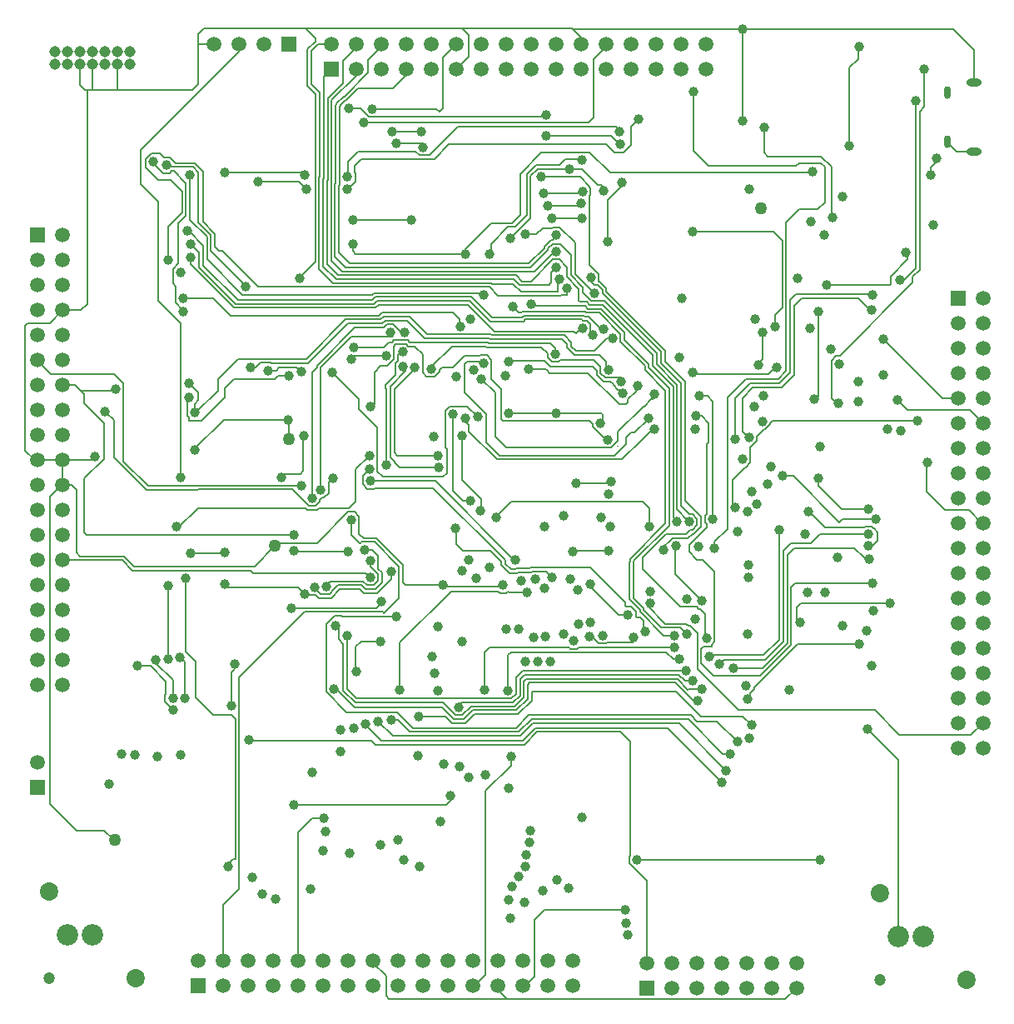
<source format=gbl>
%FSTAX23Y23*%
%MOIN*%
%SFA1B1*%

%IPPOS*%
%ADD10C,0.007870*%
%ADD27R,0.059060X0.059060*%
%ADD59C,0.059060*%
%ADD60R,0.059060X0.059060*%
%ADD61C,0.045000*%
%ADD62O,0.025590X0.051180*%
%ADD63O,0.061020X0.030510*%
%ADD64C,0.073230*%
%ADD65C,0.047240*%
%ADD66C,0.085630*%
%ADD67C,0.039370*%
%ADD68C,0.050000*%
%LNnucleoclone-1*%
%LPD*%
G54D10*
X02356Y03332D02*
X03173D01*
X02716Y01586D02*
X02736Y01566D01*
X02711Y01586D02*
X02716D01*
X02703Y01594D02*
X02711Y01586D01*
X02639Y01594D02*
X02703D01*
X02736Y01472D02*
Y01566D01*
X01421Y0187D02*
X01527Y01763D01*
X01413Y01854D02*
X01511Y01755D01*
X01405Y01822D02*
X01429Y01799D01*
X0136Y01854D02*
X01413D01*
X0137Y0187D02*
X01421D01*
X01078Y01814D02*
X01307D01*
X01078D02*
D01*
X01307D02*
X01318D01*
X01318*
X01352Y01887D02*
X0137Y0187D01*
X01357Y0185D02*
X0136Y01854D01*
X01354Y0185D02*
X01357D01*
X01374Y01822D02*
X01405D01*
X01397Y01757D02*
Y01779D01*
X01429Y01747D02*
Y01799D01*
X01423Y01649D02*
X0148Y01706D01*
X01444Y01693D02*
Y01732D01*
X01429Y01699D02*
Y01725D01*
X0148Y01706D02*
Y01736D01*
X01429Y01747D02*
X01444Y01732D01*
X01397Y01757D02*
X01429Y01725D01*
X02885Y03905D02*
X03732D01*
X02885D02*
X02887Y03903D01*
X03625Y02055D02*
Y02173D01*
X00692Y02224D02*
X00811Y02342D01*
X01338Y02145D02*
X01393Y022D01*
X01783Y02574D02*
X01846D01*
X01775Y02566D02*
X01783Y02574D01*
X01775Y02452D02*
Y02566D01*
X01683Y02551D02*
X01729D01*
X01775Y02598D02*
X01833D01*
X01729Y02551D02*
X01775Y02598D01*
X02724Y02358D02*
X02751Y0233D01*
X027Y02358D02*
X02724D01*
X02293Y02618D02*
X02344Y02669D01*
X02368*
X0222Y02618D02*
X02293D01*
X02213Y02602D02*
X02314D01*
X00909Y01059D02*
X01401D01*
X0172Y00822D02*
Y00838D01*
X017Y00803D02*
X0172Y00822D01*
X0109Y00803D02*
X017D01*
X02673Y01842D02*
X02744Y01913D01*
X02673Y01814D02*
Y01842D01*
Y01814D02*
X02704Y01783D01*
X02618Y01724D02*
Y01831D01*
X02686Y01903D02*
X02704Y01921D01*
X02678Y01903D02*
X02686D01*
X02661Y01885D02*
X02678Y01903D01*
X02582Y01885D02*
X02661D01*
X02625Y01984D02*
X02669Y0194D01*
Y0187D02*
X02686Y01887D01*
X02692*
X0272Y01915*
Y01957*
X02657Y0202D02*
X0272Y01957D01*
X02744Y01967D02*
Y02244D01*
X02736Y01959D02*
X02744Y01967D01*
X02736Y01933D02*
Y01959D01*
Y01933D02*
X02744Y01925D01*
Y01913D02*
Y01925D01*
X02767Y01946D02*
Y02417D01*
X02506Y01598D02*
X02577Y01527D01*
X01657Y02098D02*
X01975Y0178D01*
X02506Y01598D02*
X02517Y01608D01*
X02281Y01672D02*
X0239Y01562D01*
X02476Y01576D02*
X02572Y0148D01*
X02433Y01625D02*
X02476Y01582D01*
X02433Y01625D02*
Y01772D01*
X02476Y01576D02*
Y01582D01*
X02452Y01628D02*
X02492Y01589D01*
X02452Y01628D02*
Y01778D01*
X02492Y01582D02*
X02562Y01511D01*
X02492Y01582D02*
Y01589D01*
X0246Y01556D02*
X02463Y01553D01*
X0246Y01556D02*
Y01576D01*
X02442Y01594D02*
X0246Y01576D01*
X02422Y01594D02*
X02442D01*
X02417Y01599D02*
X02422Y01594D01*
X0239Y01562D02*
X02429D01*
X02275Y01476D02*
X02283D01*
X02007Y01338D02*
X02661D01*
X02014Y01322D02*
X02632D01*
X0202Y01307D02*
X02626D01*
X02035Y01291D02*
X02619D01*
X01874Y01433D02*
X02193D01*
X0196Y01413D02*
X0219D01*
X01996Y01304D02*
X02014Y01322D01*
X02011Y01297D02*
X0202Y01307D01*
X02011Y01233D02*
Y01297D01*
X02027Y01283D02*
X02035Y01291D01*
X02027Y01227D02*
Y01283D01*
X02043Y01255D02*
X02622D01*
X02043Y0122D02*
Y01255D01*
X02231Y01433D02*
X02614D01*
X02225Y01426D02*
X02231Y01433D01*
X02199Y01426D02*
X02225D01*
X02193Y01433D02*
X02199Y01426D01*
X0198Y01311D02*
X02007Y01338D01*
X02463Y01553D02*
X02476D01*
X02417Y01599D02*
Y01612D01*
X02234Y01413D02*
X02582D01*
X02232Y01411D02*
X02234Y01413D01*
X02193Y01411D02*
X02232D01*
X0219Y01413D02*
X02193Y01411D01*
X02283Y01476D02*
X02311Y01448D01*
X02278Y01751D02*
X02417Y01612D01*
X02039Y01751D02*
X02278D01*
X02492Y01496D02*
Y01538D01*
X02476Y01553D02*
X02492Y01538D01*
X02572Y0148D02*
X02615D01*
X02562Y01511D02*
X02637D01*
X0146Y00039D02*
Y00118D01*
X01408Y0017D02*
X0146Y00118D01*
X01165Y00748D02*
X01211D01*
X01108Y00691D02*
X01165Y00748D01*
X01108Y00178D02*
Y00691D01*
X01472Y00027D02*
X01944D01*
X0146Y00039D02*
X01472Y00027D01*
X01408Y0017D02*
Y00178D01*
X02311Y01448D02*
X02341D01*
X02345Y01452D02*
X02448D01*
X02341Y01448D02*
X02345Y01452D01*
X0174Y01846D02*
Y01905D01*
Y01846D02*
X01767Y01818D01*
X01879*
X01921Y01776*
Y01761D02*
Y01776D01*
Y01761D02*
X01954Y01728D01*
X01983*
X01986Y01732*
X02042*
X02046Y01736*
X021*
X02124Y01712*
X0198Y01748D02*
X02035D01*
X02039Y01751*
X01976Y01744D02*
X0198Y01748D01*
X0196Y01744D02*
X01976D01*
X01953Y01653D02*
X02023D01*
X01949Y01657D02*
X01953Y01653D01*
X03374Y01791D02*
X03397D01*
X01515Y01271D02*
Y01452D01*
X0172Y01657*
X01908*
X01916Y0165*
X01942*
X01949Y01657*
X02688Y03094D02*
X03011D01*
X03192Y02437D02*
Y02775D01*
X03181Y02425D02*
X03192Y02437D01*
X0196Y0096D02*
Y00992D01*
X01858Y00858D02*
X0196Y0096D01*
X01858Y00122D02*
Y00858D01*
X01814Y00078D02*
X01858Y00122D01*
X01808Y00078D02*
X01814D01*
X03059Y00027D02*
X03103Y0007D01*
X01944Y00027D02*
X03059D01*
X01908Y00063D02*
X01944Y00027D01*
X01908Y00063D02*
Y00078D01*
X02008D02*
X02019D01*
X02055Y00114*
Y00342*
X02094Y00381*
X02417*
X02222Y0209D02*
X02354D01*
X01401Y01059D02*
X01417Y01043D01*
X02014*
X02065Y01094*
X02397*
X02437Y01055*
Y00599D02*
Y01055D01*
X02433Y00595D02*
X02437Y00599D01*
X02433Y00569D02*
Y00595D01*
Y00569D02*
X02503Y00499D01*
Y0017D02*
Y00499D01*
X02464Y00582D02*
X03192D01*
X01377Y01122D02*
X0144Y01059D01*
X02007*
X02059Y0111*
X02586*
X02803Y00893*
X01429Y01137D02*
X01488Y01078D01*
X01998*
X02049Y01129*
X02633*
X02822Y0094*
X03393Y01098D02*
Y01102D01*
Y01098D02*
X0351Y00981D01*
Y00275D02*
Y00981D01*
X02872Y01181D02*
X03417D01*
X03515Y01082*
X01484Y01141D02*
X01507D01*
X01555Y01094*
X01992*
X02043Y01145*
X0267*
X02807Y01007*
X02838*
X01284Y01555D02*
X01496D01*
X0128Y01559D02*
X01284Y01555D01*
X01254Y01559D02*
X0128D01*
X01082Y0159D02*
X01293D01*
X01133Y01574D02*
X01287D01*
X01293Y0159D02*
X01421D01*
X01293D02*
D01*
X01287Y01574D02*
X01448D01*
X01287D02*
D01*
X0087Y01311D02*
X01133Y01574D01*
X01082Y0159D02*
X01082D01*
X0122Y01524D02*
X01254Y01559D01*
X0122Y01254D02*
Y01524D01*
Y01254D02*
X01301Y01173D01*
X01503*
X01566Y0111*
X0198*
X02031Y01161*
X02681*
X02704Y01137*
X02783*
X02866Y01055*
X03802Y01082D02*
X0385Y0113D01*
X03515Y01082D02*
X03802D01*
X02887Y0243D02*
X02929Y02472D01*
X02887Y02297D02*
Y0243D01*
Y02297D02*
X02913Y02271D01*
X02889Y01157D02*
X02925Y01122D01*
X02917Y0123D02*
Y0125D01*
X02933Y01266*
Y01271*
X03106Y01444*
X03354*
X01901Y01956D02*
X0196Y02015D01*
X02488*
X02515Y01988*
Y01917D02*
Y01988D01*
X0261Y01385D02*
X02633D01*
X02582Y01413D02*
X0261Y01385D01*
X01948Y01401D02*
X0196Y01413D01*
X01948Y01267D02*
Y01401D01*
X02577Y01527D02*
X02662D01*
X0272Y01157D02*
X02889D01*
X02622Y01255D02*
X0272Y01157D01*
X01988Y01165D02*
X02043Y0122D01*
X01813Y01165D02*
X01988D01*
X01778Y01129D02*
X01813Y01165D01*
X01725Y01129D02*
X01778D01*
X01698Y01157D02*
X01725Y01129D01*
X0159Y01157D02*
X01698D01*
X0184Y01984D02*
Y02025D01*
X01763Y02102D02*
X0184Y02025D01*
X01763Y02102D02*
Y02279D01*
X01767Y02019D02*
X01795D01*
X01783Y02397D02*
X01826Y02354D01*
X01775Y02452D02*
X01862Y02366D01*
Y02251D02*
Y02366D01*
X01897Y02275D02*
Y02452D01*
X01921Y02346D02*
Y02465D01*
Y02346D02*
X01929Y02338D01*
X01952Y0237D02*
X02141D01*
X01929Y02338D02*
X02273D01*
X01842Y02507D02*
X01897Y02452D01*
X01881Y02505D02*
X01921Y02465D01*
X01728Y02059D02*
Y02366D01*
X01696Y02379D02*
X01715Y02397D01*
X01696Y02232D02*
Y02379D01*
Y02232D02*
X01704Y02224D01*
Y02129D02*
Y02224D01*
X01689Y02114D02*
X01704Y02129D01*
X01513Y02151D02*
X0167D01*
X01728Y02059D02*
X01767Y02019D01*
X01715Y02397D02*
X01783D01*
X01503Y022D02*
X01666D01*
X01692Y01677D02*
X0192D01*
X01924Y01681*
X01688D02*
X01692Y01677D01*
X02212Y01818D02*
X0235D01*
X02562Y01826D02*
X02606Y0187D01*
X02669*
X02657Y0202D02*
Y02496D01*
X02686Y01966D02*
X02704Y01947D01*
Y01921D02*
Y01947D01*
X02744Y02244D02*
X02751Y02251D01*
X02714Y02438D02*
X02746D01*
X02767Y02417*
X02615Y01834D02*
X02618Y01831D01*
Y01724D02*
X02724Y01618D01*
X03103Y01535D02*
Y01591D01*
X03122Y0161*
X03478*
X03098Y01688D02*
X031Y0169D01*
X03082Y01673D02*
X03098Y01688D01*
X03409*
X02751Y02251D02*
Y0233D01*
X02704Y01783D02*
X02729D01*
X02775Y01737*
Y01455D02*
Y01737D01*
X02763Y01443D02*
X02775Y01455D01*
X02763Y01437D02*
Y01443D01*
X02732Y01437D02*
X02763D01*
X02722Y01426D02*
X02732Y01437D01*
X02722Y01368D02*
Y01426D01*
Y01368D02*
X02771Y01318D01*
X02837*
Y01318*
X0285Y0135D02*
X02967D01*
X02837Y01318D02*
X02957D01*
X03082Y01443*
X03066Y0145D02*
Y01803D01*
X03051Y01456D02*
Y01818D01*
X02976Y01381D02*
X03051Y01456D01*
X02814Y01381D02*
X02976D01*
X03033Y01462D02*
Y01903D01*
X02972Y01401D02*
X03033Y01462D01*
X02751Y01401D02*
X02972D01*
X02967Y0135D02*
X03066Y0145D01*
X03082Y01443D02*
Y01673D01*
X02281Y01672D02*
Y01683D01*
X03334Y0183D02*
X03374Y01791D01*
X03094Y0183D02*
X03334D01*
X03066Y01803D02*
X03094Y0183D01*
X03153Y01976D02*
X03216Y01913D01*
X03374*
X03378Y01916*
X03404*
X03411Y01909*
X03413*
X03429Y01893*
X03288Y01944D02*
X03421D01*
X03275Y01932D02*
X03288Y01944D01*
X03429Y01858D02*
Y01893D01*
X03409Y01838D02*
X03429Y01858D01*
X03391Y01838D02*
X03409D01*
X02803Y0137D02*
X02814Y01381D01*
X03051Y01818D02*
X03082Y0185D01*
X03162*
X03197Y01885*
X03391*
X02997Y02328D02*
X03007Y02338D01*
X02997Y02324D02*
Y02328D01*
X02979Y02305D02*
X02997Y02324D01*
X02975Y02305D02*
X02979D01*
X02944Y02275D02*
X02975Y02305D01*
X03046Y02118D02*
X0309D01*
X03275Y01932*
X02641Y02D02*
Y02489D01*
X02625Y01984D02*
Y02483D01*
X0261Y01952D02*
Y02476D01*
X02594Y0192D02*
Y02469D01*
X02578Y01929D02*
Y02458D01*
X02511Y02347D02*
Y0235D01*
X02455Y02291D02*
X02511Y02347D01*
X02484Y02263D02*
X02527Y02307D01*
X02429Y02426D02*
X0246Y02457D01*
X02429Y02412D02*
Y02426D01*
X02422Y02405D02*
X02429Y02412D01*
X02393Y02405D02*
X02422D01*
X02406Y02448D02*
Y02455D01*
X02527Y02425D02*
X02535Y02433D01*
X02522Y02425D02*
X02527D01*
X02494Y02397D02*
X02522Y02425D01*
X02492Y02397D02*
X02494D01*
X02389Y02295D02*
X02492Y02397D01*
X03625Y02055D02*
X03699Y01981D01*
X03794*
X03844Y0193*
X0385*
X03192Y02078D02*
Y02102D01*
Y02078D02*
X03283Y01987D01*
X03391*
X02918Y02232D02*
X02944Y02258D01*
X02918Y02171D02*
Y02232D01*
X02944Y02258D02*
Y02275D01*
X03007Y02338D02*
X03588D01*
X02673Y01267D02*
X02724D01*
X02669Y01263D02*
X02673Y01267D01*
X0269Y0122D02*
X02708D01*
X02619Y01291D02*
X0269Y0122D01*
X02656Y01299D02*
X02688D01*
X02632Y01322D02*
X02656Y01299D01*
X02626Y01307D02*
X02669Y01263D01*
X01981Y01181D02*
X02027Y01227D01*
X02706Y01347D02*
X02872Y01181D01*
X02706Y01347D02*
Y0149D01*
X02826Y01907D02*
Y02433D01*
X02901Y02507*
X00822Y00559D02*
X00848Y00585D01*
X00856*
X02488Y01745D02*
X02639Y01594D01*
X02488Y01745D02*
Y01791D01*
X02582Y01885*
X02675Y01966D02*
X02686D01*
X02641Y02D02*
X02675Y01966D01*
X0261Y01952D02*
X02625Y01937D01*
X03244Y02429D02*
X03267Y02405D01*
X03244Y02429D02*
Y0258D01*
X03262Y02599*
X03276*
X03568Y02891*
X03102Y02846D02*
X03413D01*
X03568Y02891D02*
Y02916D01*
X03031Y02507D02*
X03062Y02539D01*
X03034Y02488D02*
X03078Y02532D01*
X02694Y02527D02*
X02992D01*
X02901Y02507D02*
X03031D01*
X02917Y02488D02*
X03034D01*
X02929Y02472D02*
X03043D01*
X03507Y02421D02*
X03547Y02381D01*
X03799*
X0385Y0233*
X03452Y02665D02*
X03687Y0243D01*
X0375*
X02846Y02003D02*
X02858Y01992D01*
X02846Y02003D02*
Y02102D01*
X02897Y02153*
X029*
X02918Y02171*
X02578Y02574D02*
X02657Y02496D01*
X02562Y02568D02*
X02641Y02489D01*
X02543Y02565D02*
X02625Y02483D01*
X02527Y02559D02*
X0261Y02476D01*
X02511Y02552D02*
X02594Y02469D01*
X02496Y02541D02*
X02578Y02458D01*
X02535Y02433D02*
Y02444D01*
X02389Y0226D02*
Y02295D01*
X0246Y02457D02*
Y02472D01*
X02398Y02463D02*
X02406Y02455D01*
X02688Y02533D02*
X02694Y02527D01*
X0246Y02472D02*
X02468Y0248D01*
X0237Y02483D02*
X02389Y02463D01*
X0237Y02483D02*
Y02484D01*
X02358Y02496D02*
X0237Y02484D01*
X0244Y02291D02*
X02455D01*
X02496Y02541D02*
Y02559D01*
X02511Y02552D02*
Y02566D01*
X02527Y02559D02*
Y02603D01*
X02543Y02565D02*
Y0261D01*
X02326Y0285D02*
X02562Y02614D01*
Y02568D02*
Y02614D01*
X02578Y02574D02*
Y0262D01*
X02415Y02662D02*
X02511Y02566D01*
X02399Y02656D02*
X02496Y02559D01*
X01791Y02297D02*
X01903Y02185D01*
X01779Y02334D02*
X01791Y02322D01*
X02484Y02263D02*
D01*
X02405Y02185D02*
X02484Y02263D01*
X01903Y02185D02*
X02405D01*
X01791Y02297D02*
Y02322D01*
X02775Y01828D02*
Y01856D01*
X02826Y01907*
X03657Y0337D02*
Y03381D01*
X03641Y03353D02*
X03657Y0337D01*
X03641Y03322D02*
Y03353D01*
X03547Y02984D02*
Y03007D01*
X0348Y02917D02*
X03547Y02984D01*
X0348Y02885D02*
Y02917D01*
X03476Y02881D02*
X0348Y02885D01*
X03224Y02881D02*
X03476D01*
X02421Y02271D02*
X0244Y02291D01*
X02421Y02247D02*
Y02271D01*
X02374Y022D02*
X02421Y02247D01*
X01913Y022D02*
X02374D01*
X02389Y02238D02*
Y02238D01*
X02361Y02232D02*
X02389Y0226D01*
X02361Y02232D02*
D01*
X02361Y02232D02*
X02361Y02232D01*
X0194Y02232D02*
X02361D01*
X01897Y02275D02*
X0194Y02232D01*
X01862Y02251D02*
X01913Y022D01*
X02342Y02856D02*
X02578Y0262D01*
X02342Y02856D02*
Y02869D01*
X02314Y02897D02*
X02342Y02869D01*
X02312Y02897D02*
X02314D01*
X02312D02*
Y02926D01*
X02326Y0285D02*
Y02863D01*
X02308Y02881D02*
X02326Y02863D01*
X02295Y02881D02*
X02308D01*
X02281Y02896D02*
X02295Y02881D01*
X02281Y02896D02*
Y02913D01*
X02275Y02963D02*
X02312Y02926D01*
X02275Y02963D02*
Y03238D01*
X02334Y02818D02*
X02543Y0261D01*
X02328Y02803D02*
X02527Y02603D01*
X02415Y02662D02*
Y02693D01*
X02399Y02656D02*
Y02687D01*
X01846Y02574D02*
X0185Y0257D01*
X02437Y01787D02*
X02578Y01929D01*
X02437Y01776D02*
Y01787D01*
X02433Y01772D02*
X02437Y01776D01*
X02452Y01778D02*
X02594Y0192D01*
X01881Y02505D02*
Y02583D01*
X01863Y02602D02*
X01881Y02583D01*
X01779Y02334D02*
Y0235D01*
X02287Y02317D02*
X02341Y02263D01*
X02287Y02317D02*
Y02324D01*
X0335Y0283D02*
X03399Y02781D01*
X03125Y0283D02*
X0335D01*
X03094Y02799D02*
X03125Y0283D01*
X03094Y02523D02*
Y02799D01*
X03043Y02472D02*
X03094Y02523D01*
X03062Y02539D02*
Y03133D01*
X02992Y02527D02*
X0302Y02555D01*
X03078Y02822D02*
X03102Y02846D01*
X03078Y02532D02*
Y02822D01*
X02859Y0243D02*
X02917Y02488D01*
X02859Y02267D02*
Y0243D01*
X02948Y02566D02*
X02968Y02586D01*
Y02693*
X03568Y02916D02*
X03596Y02943D01*
Y03576*
X03615Y03596*
Y03744*
X03527Y02897D02*
X0358Y0295D01*
Y03618*
X01137Y03909D02*
X01763D01*
X00732D02*
X01137D01*
X01177Y0387*
Y03856D02*
Y0387D01*
X01145Y03825D02*
X01177Y03856D01*
X01145Y03678D02*
Y03825D01*
Y03678D02*
X01177Y03647D01*
Y02976D02*
Y03647D01*
X00813Y03332D02*
X01148D01*
X01192Y02944D02*
Y03313D01*
X01208Y02957D02*
Y03306D01*
X01224Y033D02*
X01226Y03302D01*
X01224Y02964D02*
Y033D01*
X0124Y03293D02*
X01242Y03296D01*
X0124Y0298D02*
Y03293D01*
X01255Y03287D02*
X01258Y03289D01*
X01255Y02996D02*
Y03287D01*
X01271Y0328D02*
X01274Y03283D01*
X01271Y03011D02*
Y0328D01*
X01303Y03267D02*
X01307D01*
X01226Y03302D02*
Y03628D01*
X01242Y03296D02*
Y03621D01*
X01258Y03289D02*
Y036D01*
X01274Y03283D02*
Y03594D01*
X01307Y03267D02*
X01337Y03297D01*
X01114Y02913D02*
X01177Y02976D01*
X01114Y02909D02*
Y02913D01*
X0028Y02181D02*
X00293Y02194D01*
X00165Y02181D02*
X0028D01*
X00251Y01893D02*
Y02108D01*
X0033Y02187*
Y0233*
X00251Y02409D02*
X0033Y0233D01*
X00251Y02409D02*
Y02444D01*
X00236Y0246D02*
X00251Y02444D01*
X00215Y02481D02*
X00236Y0246D01*
X00251Y01893D02*
X00261Y01883D01*
X00811Y02342D02*
X01068D01*
X01244Y02532D02*
X0135Y02426D01*
Y02385D02*
Y02426D01*
Y02385D02*
X01425Y02311D01*
Y02137D02*
Y02311D01*
Y02137D02*
X01448Y02114D01*
X01689*
X01673Y02542D02*
X01683Y02551D01*
X00663Y02423D02*
X00671Y02431D01*
X00663Y02359D02*
Y02423D01*
Y02359D02*
X00671Y02351D01*
Y0234D02*
Y02351D01*
Y0234D02*
X00722D01*
X00813Y02431*
Y0247*
X0085Y02507*
X01015*
X01027Y02519*
X0107*
X01102Y02551D02*
X01113Y0254D01*
X01031Y02551D02*
X01102D01*
X00988Y0254D02*
X0102D01*
X01031Y02551*
X01401Y02393D02*
X01413Y02405D01*
Y02533*
X01438Y02559*
X01464*
X0133Y02633D02*
X01452D01*
X0149Y02637D02*
X01498Y02645D01*
X01464Y02559D02*
X01473Y02568D01*
X01473*
X01492Y02586*
Y02636*
X01507Y02602D02*
X01519Y02614D01*
X01507Y02579D02*
Y02602D01*
X01496Y02568D02*
X01507Y02579D01*
X01496Y02521D02*
Y02568D01*
X0149Y02637D02*
X01492Y02636D01*
X01492Y02661D02*
X01547D01*
X01498Y02645D02*
X0154D01*
X01554Y02653D02*
X01866D01*
X01547Y02661D02*
X01554Y02653D01*
X01548Y02637D02*
X01574D01*
X0154Y02645D02*
X01548Y02637D01*
X01519Y02614D02*
X01527D01*
X01331Y02599D02*
X0146D01*
X01199Y02553D02*
X01322Y02677D01*
X01183Y0256D02*
X01335Y02712D01*
X01483Y02652D02*
X01492Y02661D01*
X01574Y02637D02*
X01606Y02606D01*
Y02531D02*
Y02606D01*
X01462Y02487D02*
X01496Y02521D01*
X01462Y02487D02*
D01*
X01459Y02485D02*
X01462Y02487D01*
X01459Y0247D02*
Y02485D01*
Y0247D02*
X01462Y02467D01*
Y02163D02*
Y02467D01*
X01477Y02477D02*
X01539Y02539D01*
X01477Y02192D02*
Y02477D01*
X01493Y02211D02*
Y02466D01*
X01471Y02652D02*
X01483D01*
X01452Y02633D02*
X01471Y02652D01*
X01149Y0257D02*
X01307Y02728D01*
X01141Y02586D02*
X01299Y02744D01*
X01456Y0274D02*
X01543D01*
X0145Y02755D02*
X01555D01*
X01443Y02771D02*
X01728D01*
X0143Y02803D02*
X01787D01*
X01424Y02818D02*
X01793D01*
X01417Y02834D02*
X018D01*
X01411Y0285D02*
X01834D01*
X01842Y02842*
X018Y02834D02*
X01883Y02751D01*
X01793Y02818D02*
X01876Y02736D01*
X01787Y02803D02*
X01893Y02696D01*
X01728Y02771D02*
X01755Y02744D01*
X01555Y02755D02*
X01625Y02685D01*
X01543Y0274D02*
X01614Y02669D01*
X01489Y02724D02*
X0152Y02692D01*
X01476Y02685D02*
X01484Y02677D01*
X00838Y02759D02*
X01431D01*
X01299Y02744D02*
X01438D01*
X01403Y02842D02*
X01411Y0285D01*
X00885Y02842D02*
X01403D01*
X01405Y02822D02*
X01417Y02834D01*
X00866Y02822D02*
X01405D01*
X01412Y02807D02*
X01424Y02818D01*
X00859Y02807D02*
X01412D01*
X01418Y02791D02*
X0143Y02803D01*
X00852Y02791D02*
X01418D01*
X01431Y02759D02*
X01443Y02771D01*
X01438Y02744D02*
X0145Y02755D01*
X01445Y02728D02*
X01456Y0274D01*
X01307Y02728D02*
X01445D01*
X01463Y02724D02*
X01489D01*
X01451Y02712D02*
X01463Y02724D01*
X01335Y02712D02*
X01451D01*
X01476Y02685D02*
Y02692D01*
X01622Y02514D02*
X01653D01*
X01606Y02531D02*
X01622Y02514D01*
X01653D02*
X01673Y02534D01*
Y02542*
X01641Y02547D02*
Y02555D01*
X01724Y02637*
X01833Y02598D02*
X01837Y02602D01*
X01863*
X02212Y02696D02*
X0222Y02688D01*
X02173Y02681D02*
X022Y02653D01*
X02165Y02665D02*
X02185Y02645D01*
X02118Y02649D02*
X02137Y02629D01*
X02082Y02633D02*
X02106Y0261D01*
X01863Y02633D02*
X02082D01*
X0187Y02649D02*
X02118D01*
X01876Y02665D02*
X02165D01*
X01883Y02681D02*
X02173D01*
X01893Y02696D02*
X02212D01*
X01872Y02669D02*
X01876Y02665D01*
X01879Y02685D02*
X01883Y02681D01*
X01866Y02653D02*
X0187Y02649D01*
X01859Y02637D02*
X01863Y02633D01*
X02273Y02338D02*
X02287Y02324D01*
X02341Y02263D02*
X02348D01*
X02326Y02334D02*
Y02366D01*
X02322Y0237D02*
X02326Y02366D01*
X02141Y0237D02*
X02322D01*
X02389Y02463D02*
X02398D01*
X02318Y0253D02*
Y02555D01*
X02292Y02581D02*
X02318Y02555D01*
X02157Y02581D02*
X02292D01*
X0215Y02574D02*
X02157Y02581D01*
X02124Y02574D02*
X0215D01*
X02106Y02593D02*
X02124Y02574D01*
X02106Y02593D02*
Y0261D01*
X02137Y02606D02*
Y02629D01*
X02303Y02523D02*
Y02539D01*
X02287Y02555D02*
X02303Y02539D01*
X02118Y02555D02*
X02287D01*
X02094Y02578D02*
X02118Y02555D01*
X01953Y02578D02*
X02094D01*
X02104Y02541D02*
X02115Y0253D01*
X02104Y02541D02*
X02104D01*
X02098Y02547D02*
X02104Y02541D01*
X02031Y02547D02*
X02098D01*
X02246Y02708D02*
Y0271D01*
X02279Y02683D02*
Y02725D01*
X02265Y0274D02*
X02279Y02725D01*
X02249Y0274D02*
X02265D01*
X02245Y02744D02*
X02249Y0274D01*
X02019Y02744D02*
X02245D01*
X02271Y02755D02*
X02327Y02699D01*
X02256Y02755D02*
X02271D01*
X02252Y02759D02*
X02256Y02755D01*
X02013Y02759D02*
X02252D01*
X02262Y02771D02*
X02314D01*
X02258Y02775D02*
X02262Y02771D01*
X02006Y02775D02*
X02258D01*
X02269Y02787D02*
X02321D01*
X02257Y02799D02*
X02269Y02787D01*
X02275Y02803D02*
X02328D01*
X02263Y02814D02*
X02275Y02803D01*
X02282Y02818D02*
X02334D01*
X02248Y02853D02*
X02282Y02818D01*
X02293Y0285D02*
X02295D01*
X03011Y03094D02*
X03047Y03059D01*
Y02791D02*
Y03059D01*
X03019Y02763D02*
X03047Y02791D01*
X03019Y02717D02*
Y02763D01*
X03062Y03133D02*
X03114Y03185D01*
X03188*
X03216Y03212*
Y03354*
X032Y0337D02*
X03216Y03354D01*
X03114Y0337D02*
X032D01*
X03102Y03358D02*
X03114Y0337D01*
X032Y03397D02*
X03244Y03354D01*
Y03161D02*
Y03354D01*
X02988Y03397D02*
X032D01*
X02973Y03412D02*
X02988Y03397D01*
X02751Y03358D02*
X03102D01*
X0269Y03419D02*
X02751Y03358D01*
X0269Y03419D02*
Y03657D01*
X02973Y03412D02*
Y03511D01*
X02208Y03905D02*
X02885D01*
X02887Y03539D02*
Y03903D01*
X0335Y03787D02*
Y03834D01*
X03314Y03751D02*
X0335Y03787D01*
X03314Y0344D02*
Y03751D01*
X02275Y03413D02*
X02356Y03332D01*
X02082Y03413D02*
X02275D01*
X01996Y03326D02*
X02082Y03413D01*
X01996Y03161D02*
Y03326D01*
X01964Y03129D02*
X01996Y03161D01*
X01881Y03129D02*
X01964D01*
X01779Y03027D02*
X01881Y03129D01*
X01779Y03007D02*
Y03027D01*
X02348Y03222D02*
X02405Y03279D01*
X02348Y03055D02*
Y03222D01*
X02208Y03905D02*
X0224Y03873D01*
X02204Y03909D02*
X02208Y03905D01*
X03732D02*
X03814Y03822D01*
Y03692D02*
Y03822D01*
X0244Y03515D02*
X02468Y03543D01*
X0244Y03442D02*
Y03515D01*
X01322Y02677D02*
X01484D01*
X0152Y02692D02*
X0154D01*
X02412Y03413D02*
X0244Y03442D01*
X02374Y03413D02*
X02412D01*
X02342Y03444D02*
X02374Y03413D01*
X01712Y03444D02*
X02342D01*
X01653Y03385D02*
X01712Y03444D01*
X01586Y03385D02*
X01653D01*
X01586Y03385D02*
X01586Y03385D01*
X01362Y03385D02*
X01586D01*
X01334Y03358D02*
X01362Y03385D01*
X01334Y03331D02*
Y03358D01*
Y03331D02*
X01337Y03329D01*
Y03297D02*
Y03329D01*
X01322Y03043D02*
X01326Y03039D01*
X01192Y02944D02*
X01248Y02889D01*
X01208Y02957D02*
X0126Y02905D01*
X01224Y02964D02*
X01267Y02921D01*
X0124Y0298D02*
X01283Y02937D01*
X01255Y02996D02*
X01299Y02952D01*
X01271Y03011D02*
X01314Y02968D01*
X01211Y03309D02*
Y03714D01*
X01195Y03315D02*
Y03651D01*
X01192Y03313D02*
X01195Y03315D01*
X01208Y03306D02*
X01211Y03309D01*
X015Y03448D02*
X01606D01*
X01484Y03496D02*
X0159D01*
X01112Y03296D02*
X01141Y03267D01*
X00947Y03296D02*
X01112D01*
X02321Y03283D02*
X02337Y03267D01*
X02307Y03283D02*
X02321D01*
X02244Y03346D02*
X02307Y03283D01*
X02194Y03346D02*
X02244D01*
X02362Y0348D02*
X02389Y03452D01*
X021Y0348D02*
X02362D01*
X01418Y03555D02*
X02098D01*
X01418Y03555D02*
Y03555D01*
X01392Y03555D02*
X01418D01*
X01357Y03589D02*
X01392Y03555D01*
X0131Y03589D02*
X01357D01*
X01405Y03586D02*
X01661D01*
X01673Y03574*
X02278Y03515D02*
X02381D01*
X02278Y03515D02*
X02278Y03515D01*
X01748Y03515D02*
X02278D01*
X01633Y03401D02*
X01748Y03515D01*
X0137Y03531D02*
X02271D01*
X01294Y03636D02*
X01389Y03732D01*
X0129Y03636D02*
X01294D01*
X01262Y03609D02*
X0129Y03636D01*
X01262Y03605D02*
Y03609D01*
X01258Y036D02*
X01262Y03605D01*
X013Y03621D02*
X01349Y03669D01*
X01297Y03621D02*
X013D01*
X01278Y03602D02*
X01297Y03621D01*
X01278Y03598D02*
Y03602D01*
X01274Y03594D02*
X01278Y03598D01*
X01242Y03621D02*
X0134Y0372D01*
X01226Y03628D02*
X01287Y03688D01*
X01211Y03714D02*
X0124Y03744D01*
X01161Y03685D02*
X01195Y03651D01*
X01349Y03669D02*
X01488D01*
X02271Y03531D02*
X02291Y03551D01*
X01389Y03732D02*
Y03783D01*
X0134Y0372D02*
Y03744D01*
X01287Y03688D02*
Y03779D01*
X02381Y03515D02*
X02393Y03503D01*
X01593Y03401D02*
X01633D01*
X01577Y03417D02*
X01593Y03401D01*
X01346Y03417D02*
X01577D01*
X01307Y03377D02*
X01346Y03417D01*
X01307Y03318D02*
Y03377D01*
X01305Y03316D02*
X01307Y03318D01*
X01148Y03332D02*
X01149Y0333D01*
X01326Y03019D02*
Y03039D01*
Y03019D02*
X01338Y03007D01*
X01779*
X02002Y02771D02*
X02006Y02775D01*
X01992Y02771D02*
X02002D01*
X01968Y02795D02*
X01992Y02771D01*
X02005Y02751D02*
X02013Y02759D01*
X02011Y02736D02*
X02019Y02744D01*
X01883Y02751D02*
X02005D01*
X01876Y02736D02*
X02011D01*
X02185Y02843D02*
Y0287D01*
Y02914D02*
X02232Y02867D01*
X022Y02921D02*
X02248Y02873D01*
X022Y02921D02*
Y03003D01*
X02216Y02927D02*
X02293Y0285D01*
X02216Y02927D02*
Y03051D01*
X01909Y02838D02*
X02156D01*
X02Y02854D02*
X02149D01*
X02161Y02843D02*
X02185D01*
X02156Y02838D02*
X02161Y02843D01*
X01874Y02874D02*
X01909Y02838D01*
X02149Y02854D02*
Y02901D01*
X01968Y02885D02*
X02Y02854D01*
X02114Y02884D02*
X02122Y02892D01*
X02114Y02881D02*
Y02884D01*
X01994Y02881D02*
X02114D01*
X01971Y02905D02*
X01994Y02881D01*
X02003Y02897D02*
X02041D01*
X0198Y02921D02*
X02003Y02897D01*
X01884Y02885D02*
X01968D01*
X0126Y02905D02*
X01971D01*
X01267Y02921D02*
X0198D01*
X02051Y02799D02*
X02257D01*
X02321Y02787D02*
X02415Y02693D01*
X02248Y02853D02*
Y02873D01*
X02314Y02771D02*
X02399Y02687D01*
X02236Y02814D02*
X02263D01*
X02244Y02712D02*
X02246Y0271D01*
X02232Y02818D02*
X02236Y02814D01*
X0222Y02688D02*
X02244Y02712D01*
X02637Y01511D02*
X02665Y01484D01*
X02678Y01518D02*
X02706Y0149D01*
X02671Y01518D02*
X02678D01*
X02662Y01527D02*
X02671Y01518D01*
X0233Y02496D02*
X02358D01*
X02268Y0253D02*
X02393Y02405D01*
X02115Y0253D02*
X02268D01*
X01952Y02577D02*
X01953Y02578D01*
X02303Y02523D02*
X0233Y02496D01*
X02275Y03272D02*
Y03275D01*
Y03272D02*
X02279Y03268D01*
Y03242D02*
Y03268D01*
X02275Y03238D02*
X02279Y03242D01*
X02236Y03314D02*
X02275Y03275D01*
X0208Y03314D02*
X02236D01*
Y03248D02*
X02244Y03255D01*
X02092Y03248D02*
X02236D01*
X02224Y032D02*
X02232Y03208D01*
X02106Y032D02*
X02224D01*
X02125Y03149D02*
X02224D01*
X02177Y03385D02*
X02244D01*
X02153Y03362D02*
X02177Y03385D01*
X0206Y03362D02*
X02153D01*
X02023Y03325D02*
X0206Y03362D01*
X02023Y03161D02*
Y03325D01*
X01976Y03114D02*
X02023Y03161D01*
X01948Y03114D02*
X01976D01*
X01881Y03047D02*
X01948Y03114D01*
X01881Y03015D02*
Y03047D01*
X01874Y03007D02*
X01881Y03015D01*
X02181Y03346D02*
D01*
X02067D02*
X02181D01*
X02039Y03318D02*
X02067Y03346D01*
X02039Y0315D02*
Y03318D01*
X01959Y0307D02*
X02039Y0315D01*
X01956Y0307D02*
X01959D01*
X02127Y03112D02*
X02154D01*
X02125Y0311D02*
X02127Y03112D01*
X02086Y0311D02*
X02125D01*
X02157Y03047D02*
X022Y03003D01*
X02127Y03047D02*
X02157D01*
X02109Y03028D02*
X02127Y03047D01*
X02133Y03015D02*
X0214D01*
X02154Y02984D02*
X02185Y02953D01*
X02128Y02984D02*
X02154D01*
X02041Y02897D02*
X02128Y02984D01*
X02122Y02933D02*
X02141Y02952D01*
X02109Y03022D02*
Y03028D01*
X02039Y02952D02*
X02109Y03022D01*
X02127Y03062D02*
X02133Y03069D01*
X02121Y03062D02*
X02127D01*
X02093Y03035D02*
X02121Y03062D01*
X02093Y03029D02*
Y03035D01*
X02032Y02968D02*
X02093Y03029D01*
X01763Y03909D02*
X02204D01*
X0224Y03844D02*
Y03873D01*
X02019Y03086D02*
X02062D01*
X02086Y0311*
X02154Y03112D02*
X02216Y03051D01*
X02149Y02901D02*
X02153Y02905D01*
X02185Y02914D02*
Y02953D01*
X02122Y02892D02*
Y02933D01*
X02055Y02937D02*
X02133Y03015D01*
X01314Y02968D02*
X02032D01*
X01299Y02952D02*
X02039D01*
X01283Y02937D02*
X02055D01*
X0188Y02889D02*
X01884Y02885D01*
X01248Y02889D02*
X0188D01*
X00948Y02874D02*
X01874D01*
X00803Y03019D02*
X00948Y02874D01*
X02393Y02511D02*
X02401Y02503D01*
X02337Y02511D02*
X02393D01*
X02318Y0253D02*
X02337Y02511D01*
X01724Y02637D02*
X01859D01*
X01334Y03141D02*
X01562D01*
X00709Y03846D02*
Y03886D01*
Y03685D02*
Y03846D01*
X00711Y03844*
X0077*
X00813Y01685D02*
X00825Y01673D01*
X01106*
X01133Y01645*
X00679Y0181D02*
X00806D01*
X00885Y0287D02*
Y02893D01*
X00637Y02113D02*
Y02728D01*
X00547Y02818D02*
X00637Y02728D01*
X00547Y02818D02*
Y03216D01*
X00476Y03287D02*
X00547Y03216D01*
X00476Y03287D02*
Y03421D01*
X0087Y03814*
Y03844*
X00709Y03886D02*
X00732Y03909D01*
X01763D02*
X01791Y03881D01*
Y03795D02*
Y03881D01*
X0174Y03744D02*
X01791Y03795D01*
X0174Y03744D02*
Y03744D01*
X02133Y03069D02*
Y03074D01*
X01488Y03669D02*
X0154Y03722D01*
Y03744*
X01389Y03783D02*
X0144Y03834D01*
Y03844*
X02232Y02818D02*
Y02867D01*
X01287Y03779D02*
X0134Y03833D01*
Y03844*
X01186D02*
X0124D01*
X01161Y03818D02*
X01186Y03844D01*
X01161Y03685D02*
Y03818D01*
X00791Y03019D02*
X00803D01*
X00744Y02984D02*
X00885Y02842D01*
X00728Y0296D02*
X00866Y02822D01*
X00712Y02953D02*
X00859Y02807D01*
X00677Y02967D02*
X00852Y02791D01*
X00768Y02829D02*
X00838Y02759D01*
X00775Y03035D02*
X00791Y03019D01*
X00775Y03035D02*
Y03087D01*
X00728Y03135D02*
X00775Y03087D01*
X00744Y02984D02*
Y03074D01*
X00675Y03143D02*
X00744Y03074D01*
X00728Y0296D02*
Y0304D01*
X0067Y03098D02*
X00728Y0304D01*
X00665Y03098D02*
X0067D01*
X00629Y02968D02*
Y03129D01*
X00709Y03131D02*
X00759Y03081D01*
X00677Y03047D02*
X00712Y03011D01*
X00728Y03135D02*
Y03336D01*
X00695Y0337D02*
X00728Y03336D01*
X00588Y03354D02*
X00688D01*
X00618Y0337D02*
X00695D01*
X00594Y03393D02*
X00618Y0337D01*
X0057Y03393D02*
X00594D01*
X00555Y03409D02*
X0057Y03393D01*
X0052Y03409D02*
X00555D01*
X00498Y03387D02*
X0052Y03409D01*
X00498Y03351D02*
Y03387D01*
Y03351D02*
X00547Y03303D01*
X00598*
X00644Y03257*
Y03171D02*
Y03257D01*
X00586Y03114D02*
X00644Y03171D01*
X00586Y02981D02*
Y03114D01*
X00759Y03019D02*
X00885Y02893D01*
X00759Y03019D02*
Y03081D01*
X00114Y0273D02*
X00165Y02781D01*
X00025Y0273D02*
X00114D01*
X00015Y0272D02*
X00025Y0273D01*
X00015Y0222D02*
Y0272D01*
Y0222D02*
X00054Y02181D01*
X00065*
X00263Y03661D02*
X00283D01*
X00255D02*
X00263D01*
Y02807D02*
Y03661D01*
X00238Y02781D02*
X00263Y02807D01*
X00165Y02781D02*
X00238D01*
X00409Y02177D02*
Y02488D01*
X0037Y02527D02*
X00409Y02488D01*
X00118Y02527D02*
X0037D01*
X00409Y02177D02*
X00507Y02078D01*
X00236Y0246D02*
X00362D01*
X00618Y02811D02*
X00649Y02779D01*
X00618Y02811D02*
Y02877D01*
X00606Y02889D02*
X00618Y02877D01*
X00606Y02889D02*
Y02945D01*
X00629Y02968*
Y03129D02*
X00659Y03159D01*
Y03288*
X0061Y03338D02*
X00659Y03288D01*
X00602Y03338D02*
X0061D01*
X00594Y0333D02*
X00602Y03338D01*
X00568Y0333D02*
X00594D01*
X00529Y03368D02*
X00568Y0333D01*
X00529Y03368D02*
Y03374D01*
X00381Y03661D02*
X00685D01*
X00283D02*
X00381D01*
X00383Y03662*
Y03765*
X00283Y03661D02*
Y03765D01*
X00685Y03661D02*
X00709Y03685D01*
X00233Y03683D02*
X00255Y03661D01*
X00233Y03683D02*
Y03765D01*
X00709Y03131D02*
Y03333D01*
X00688Y03354D02*
X00709Y03333D01*
X00581Y03362D02*
X00588Y03354D01*
X00675Y03143D02*
Y03322D01*
X00671Y0249D02*
X00708Y02453D01*
Y02421D02*
Y02453D01*
X00695Y02407D02*
X00708Y02421D01*
X00695Y02372D02*
Y02407D01*
X01606Y03433D02*
Y03448D01*
X01493Y02466D02*
X0157Y02543D01*
X01493Y02211D02*
X01503Y022D01*
X01477Y02192D02*
X01493Y02176D01*
Y02171D02*
Y02176D01*
Y02171D02*
X01513Y02151D01*
X02275Y02679D02*
X02279Y02683D01*
X02275Y02677D02*
Y02679D01*
Y02677D02*
X02283Y02669D01*
X022Y02637D02*
X0222Y02618D01*
X02185Y02631D02*
X02213Y02602D01*
X022Y02637D02*
Y02653D01*
X02185Y02631D02*
Y02645D01*
X01625Y02685D02*
X01879D01*
X01614Y02669D02*
X01872D01*
X00787Y02507D02*
X00866Y02587D01*
X00937Y02551D02*
X00957Y02571D01*
X01002*
X00866Y02587D02*
X01008D01*
X01009Y02586D02*
X01141D01*
X01008Y02587D02*
X01009Y02586D01*
X01002Y0257D02*
X01149D01*
X01002Y02571D02*
X01002Y0257D01*
X00917Y02551D02*
X00937D01*
X02342Y02562D02*
Y02574D01*
X02314Y02602D02*
X02342Y02574D01*
X00787Y0246D02*
Y02507D01*
X00698Y02372D02*
X00787Y0246D01*
X01183Y02553D02*
Y0256D01*
X01199Y02062D02*
Y02553D01*
X01163Y02533D02*
X01183Y02553D01*
X00712Y02953D02*
Y03011D01*
X00677Y02967D02*
Y02991D01*
X01755Y0272D02*
Y02744D01*
Y0272D02*
X01759Y02716D01*
X00649Y02829D02*
X00768D01*
X00856Y00585D02*
Y01147D01*
X00842Y01161D02*
X00856Y01147D01*
X00767Y01161D02*
X00842D01*
X00696Y01232D02*
X00767Y01161D01*
X00696Y01232D02*
Y01375D01*
X00657Y01414D02*
X00696Y01375D01*
X00657Y01414D02*
Y01708D01*
X00919Y0174D02*
X00929Y0173D01*
X00444Y0174D02*
X00919D01*
X00403Y01781D02*
X00444Y0174D01*
X00933Y01755D02*
X01015Y01838D01*
X00451Y01755D02*
X00933D01*
X0041Y01797D02*
X00451Y01755D01*
X01379Y0173D02*
X01397Y01712D01*
X00929Y0173D02*
X01379D01*
X00625Y01909D02*
X00706Y0199D01*
X01129Y02139D02*
Y02275D01*
X01116Y02125D02*
X01129Y02139D01*
X01053Y02125D02*
X01116D01*
X01041Y02113D02*
X01053Y02125D01*
X00706Y0199D02*
X01136D01*
X01144Y01982*
X01183*
X01191Y0199*
X01312*
X01338Y02015*
X01308Y01974D02*
X01334D01*
X01184Y0185D02*
X01308Y01974D01*
X01027Y0185D02*
X01184D01*
X00261Y01883D02*
X0109D01*
X01338Y02015D02*
Y02145D01*
X01937Y01767D02*
X0196Y01744D01*
X01937Y01767D02*
Y01783D01*
X01649Y0207D02*
X01937Y01783D01*
X01414Y0207D02*
X01649D01*
X0141Y02066D02*
X01414Y0207D01*
X01384Y02066D02*
X0141D01*
X01366Y02085D02*
X01384Y02066D01*
X01366Y02085D02*
Y0212D01*
X01393Y02147*
X01854Y01413D02*
X01874Y01433D01*
X01397Y02098D02*
X01657D01*
X0107Y02267D02*
Y02338D01*
X00342Y0237D02*
X0037Y02342D01*
Y02192D02*
Y02342D01*
Y02192D02*
X005Y02062D01*
X00704*
X00706Y02064*
X00651Y0208D02*
X0112D01*
X00649Y02078D02*
X00651Y0208D01*
X00065Y0258D02*
Y02581D01*
Y0258D02*
X00118Y02527D01*
X00507Y02078D02*
X00649D01*
X00695Y02372D02*
X00698D01*
X00165Y02481D02*
X00215D01*
X01015Y01838D02*
X01027Y0185D01*
X00706Y02064D02*
X01083D01*
X0115Y01998*
X01176*
X01195Y02016*
Y02021*
X01205Y02031*
X01212*
X0123Y02049*
Y02091*
X01247Y02108*
X01163Y02029D02*
Y02533D01*
X01334Y01974D02*
X01352Y01955D01*
Y01887D02*
Y01955D01*
X01527Y01692D02*
Y01763D01*
Y01692D02*
X01538Y01681D01*
X01688*
X00165Y02081D02*
X00201D01*
X0022Y02062*
Y01811D02*
Y02062D01*
Y01811D02*
X00234Y01797D01*
X0041*
X01264Y01261D02*
X01333Y01192D01*
X01685*
X0033Y007D02*
X00366Y00665D01*
X0022Y007D02*
X0033D01*
X00114Y00807D02*
X0022Y007D01*
X00114Y00807D02*
Y02035D01*
X0016Y02081*
X00165*
X00065Y02181D02*
X00165D01*
Y02081D02*
Y02181D01*
X01321Y01883D02*
Y01942D01*
X00586Y0168D02*
Y01692D01*
Y01385D02*
Y0168D01*
X00808Y00178D02*
Y00403D01*
X00872Y00466*
Y01213*
X0087Y01216D02*
X00872Y01213D01*
X0087Y01216D02*
Y01311D01*
X01305Y01265D02*
Y01476D01*
X01289Y01258D02*
Y01446D01*
X01305Y01265D02*
X01342Y01228D01*
X01289Y01258D02*
X01336Y01212D01*
X01342Y01228D02*
X01961D01*
X01336Y01212D02*
X01687D01*
X01448Y01574D02*
X01452Y0157D01*
X0084Y01333D02*
X00854Y01346D01*
X0084Y012D02*
Y01333D01*
X01685Y01192D02*
X01732Y01145D01*
X00574Y01217D02*
X00599Y01192D01*
X01338Y01342D02*
Y01434D01*
X0136Y01456*
X01437*
X01452Y0157D02*
X01511Y01629D01*
Y01755*
X01321Y01883D02*
X01354Y0185D01*
X0141Y01681D02*
X01429Y01699D01*
X01384Y01681D02*
X0141D01*
X01368Y01696D02*
X01384Y01681D01*
X01236Y01696D02*
X01368D01*
X01228Y01688D02*
X01236Y01696D01*
X01417Y01665D02*
X01444Y01693D01*
X01378Y01665D02*
X01417D01*
X01362Y01681D02*
X01378Y01665D01*
X01267Y01681D02*
X01362D01*
X01251Y01665D02*
X01267Y01681D01*
X01371Y01649D02*
X01423D01*
X01355Y01665D02*
X01371Y01649D01*
X01275Y01665D02*
X01355D01*
X0124Y01629D02*
X01275Y01665D01*
X01233Y01645D02*
X01251Y01664D01*
X01196Y01645D02*
X01233D01*
X0119Y01629D02*
X0124D01*
X01251Y01664D02*
Y01665D01*
X01177D02*
X01196Y01645D01*
X01178Y01641D02*
X0119Y01629D01*
X01421Y0159D02*
X0144Y0161D01*
X01137Y01641D02*
X01178D01*
X00468Y01358D02*
X00518D01*
X00578Y01297*
Y01247D02*
Y01297D01*
X00574Y01243D02*
X00578Y01247D01*
X00574Y01217D02*
Y01243D01*
X01732Y01145D02*
X01771D01*
X01806Y01181*
X01981*
X00539Y0137D02*
Y01381D01*
Y0137D02*
X00606Y01303D01*
Y0123D02*
Y01303D01*
X00633Y01393D02*
X00653Y01374D01*
Y0123D02*
Y01374D01*
X00165Y01781D02*
X00403D01*
X03744Y03417D02*
X03814D01*
X03708Y03452D02*
X03744Y03417D01*
X03708Y03452D02*
Y03456D01*
X01271Y01464D02*
Y01511D01*
Y01464D02*
X01289Y01446D01*
X01687Y01212D02*
X01738Y01161D01*
X01765*
X018Y01196*
X01974*
X02011Y01233*
X01755Y01196D02*
Y01204D01*
X01763Y01212*
X01968*
X01996Y0124*
Y01304*
X01961Y01228D02*
X0198Y01246D01*
Y01311*
X01854Y01263D02*
Y01413D01*
X0234Y03837D02*
Y03844D01*
X02291Y03787D02*
X0234Y03837D01*
X02291Y03551D02*
Y03787D01*
X01688Y03792D02*
X0174Y03844D01*
X01688Y0359D02*
Y03792D01*
X01673Y03574D02*
X01688Y0359D01*
G54D27*
X00065Y00873D03*
X0375Y0283D03*
X00065Y03081D03*
G54D59*
X00065Y00973D03*
X0385Y0283D03*
X0375Y0273D03*
X0385D03*
X0375Y0263D03*
X0385D03*
X0375Y0253D03*
X0385D03*
X0375Y0243D03*
X0385D03*
X0375Y0233D03*
X0385D03*
X0375Y0223D03*
X0385D03*
X0375Y0213D03*
X0385D03*
X0375Y0203D03*
X0385D03*
X0375Y0193D03*
X0385D03*
X0375Y0183D03*
X0385D03*
X0375Y0173D03*
X0385D03*
X0375Y0163D03*
X0385D03*
X0375Y0153D03*
X0385D03*
X0375Y0143D03*
X0385D03*
X0375Y0133D03*
X0385D03*
X0375Y0123D03*
X0385D03*
X0375Y0113D03*
X0385D03*
X0375Y0103D03*
X0385D03*
X0124Y03844D03*
X0134Y03744D03*
Y03844D03*
X0144Y03744D03*
Y03844D03*
X0154Y03744D03*
Y03844D03*
X0164Y03744D03*
Y03844D03*
X0174Y03744D03*
Y03844D03*
X0184Y03744D03*
Y03844D03*
X0194Y03744D03*
Y03844D03*
X0204Y03744D03*
Y03844D03*
X0214Y03744D03*
Y03844D03*
X0224Y03744D03*
Y03844D03*
X0234Y03744D03*
Y03844D03*
X0244Y03744D03*
Y03844D03*
X0254Y03744D03*
Y03844D03*
X0264Y03744D03*
Y03844D03*
X0274Y03744D03*
Y03844D03*
X03103Y0017D03*
Y0007D03*
X03003Y0017D03*
Y0007D03*
X02903Y0017D03*
Y0007D03*
X02803Y0017D03*
Y0007D03*
X02703Y0017D03*
Y0007D03*
X02603Y0017D03*
Y0007D03*
X02503Y0017D03*
X0097Y03844D03*
X0087D03*
X0077D03*
X00165Y01281D03*
X00065D03*
X00165Y01381D03*
X00065D03*
X00165Y01481D03*
X00065D03*
X00165Y01581D03*
X00065D03*
X00165Y01681D03*
X00065D03*
X00165Y01781D03*
X00065D03*
X00165Y01881D03*
X00065D03*
X00165Y01981D03*
X00065D03*
X00165Y02081D03*
X00065D03*
X00165Y02181D03*
X00065D03*
X00165Y02281D03*
X00065D03*
X00165Y02381D03*
X00065D03*
X00165Y02481D03*
X00065D03*
X00165Y02581D03*
X00065D03*
X00165Y02681D03*
X00065D03*
X00165Y02781D03*
X00065D03*
X00165Y02881D03*
X00065D03*
X00165Y02981D03*
X00065D03*
X00165Y03081D03*
X02208Y00178D03*
Y00078D03*
X02108Y00178D03*
Y00078D03*
X02008Y00178D03*
Y00078D03*
X01908Y00178D03*
Y00078D03*
X01808Y00178D03*
Y00078D03*
X01708Y00178D03*
Y00078D03*
X01608Y00178D03*
Y00078D03*
X01508Y00178D03*
Y00078D03*
X01408Y00178D03*
Y00078D03*
X01308Y00178D03*
Y00078D03*
X01208Y00178D03*
Y00078D03*
X01108Y00178D03*
Y00078D03*
X01008Y00178D03*
Y00078D03*
X00908Y00178D03*
Y00078D03*
X00808Y00178D03*
Y00078D03*
X00708Y00178D03*
G54D60*
X0124Y03744D03*
X02503Y0007D03*
X0107Y03844D03*
X00708Y00078D03*
G54D61*
X00133Y03765D03*
Y03815D03*
X00183Y03765D03*
Y03815D03*
X00233Y03765D03*
Y03815D03*
X00283Y03765D03*
Y03815D03*
X00333Y03765D03*
Y03815D03*
X00383Y03765D03*
Y03815D03*
X00433Y03765D03*
Y03815D03*
G54D62*
X03708Y03456D03*
Y03653D03*
G54D63*
X03814Y03417D03*
Y03692D03*
G54D64*
X03783Y00102D03*
X03437Y00448D03*
X00456Y0011D03*
X0011Y00456D03*
G54D65*
X03437Y00102D03*
X0011Y0011D03*
G54D66*
X0361Y00275D03*
X0351D03*
X00283Y00283D03*
X00183D03*
G54D67*
X02322Y01952D03*
X01677Y00736D03*
X02914Y03267D03*
X02696Y01547D03*
X01307Y01814D03*
X01374Y01822D03*
X02429Y00283D03*
X01259Y01519D03*
X01397Y01779D03*
X0148Y01736D03*
X00636Y01003D03*
X00545Y00996D03*
X00351Y00885D03*
X004Y01007D03*
X00455Y01003D03*
X01393Y022D03*
X01811Y02543D03*
X0174Y02516D03*
X02696Y02304D03*
X027Y02358D03*
X03288Y03236D03*
X03652Y03122D03*
X03213Y03082D03*
X01716Y00838D03*
X0109Y00803D03*
X01165Y00933D03*
X00964Y00444D03*
X02421Y0033D03*
X02869Y01896D03*
X02712Y01834D03*
X02767Y01946D03*
X01019Y00425D03*
X01956Y0035D03*
X02499Y01496D03*
X02517Y01608D03*
X02429Y01562D03*
X02275Y01476D03*
X02212Y01458D03*
X02118Y01374D03*
X02171Y01484D03*
X02232Y01527D03*
X02066Y01374D03*
X01992Y01507D03*
X02019Y01377D03*
X02051Y01472D03*
X02098Y01476D03*
X0194Y01507D03*
X02279Y01531D03*
X02326Y0148D03*
X02356Y01915D03*
X01157Y00464D03*
X01211Y00748D03*
X01208Y00618D03*
X01216Y00696D03*
X00925Y00511D03*
X01952Y00421D03*
X01279Y01015D03*
X01314Y0061D03*
X01437Y00641D03*
X01963Y00476D03*
X01507Y00661D03*
X01531Y00582D03*
X01991Y00515D03*
X02018Y00555D03*
X02022Y00602D03*
X02034Y00653D03*
X02038Y007D03*
X02229Y01661D03*
X02196Y01704D03*
X01736Y01909D03*
X01976Y01783D03*
X02023Y01653D03*
X02124Y01712D03*
X01669Y01259D03*
X01645Y01397D03*
X01653Y0133D03*
X02094Y01669D03*
X01692Y00964D03*
X02243Y00751D03*
X01952Y0087D03*
X01515Y01263D03*
X01858Y00921D03*
X01791Y00913D03*
X01755Y00956D03*
X02Y017D03*
X03192Y02775D03*
X03157Y02708D03*
X02171Y01958D03*
X0196Y00996D03*
X01875Y01752D03*
X01586Y01D03*
X02417Y00381D03*
X02086Y0046D03*
X02145Y00503D03*
X0235Y02047D03*
X01279Y01102D03*
X02093Y01915D03*
X0133Y0111D03*
X0236Y02094D03*
X02222Y0209D03*
X02192Y00468D03*
X00911Y01062D03*
X03196Y00582D03*
X02464D03*
X01379Y01125D03*
X02803Y00893D03*
X01651Y02275D03*
X01429Y01137D03*
X02822Y0094D03*
X03198Y02235D03*
X03389Y01106D03*
X0148Y01141D03*
X02838Y01007D03*
X015Y01555D03*
X02866Y01055D03*
X02913Y0107D03*
X01791Y01783D03*
X02937Y02744D03*
X03074Y01263D03*
X03106Y02909D03*
X02972Y0244D03*
X02933Y02397D03*
X03149Y01653D03*
X03411Y01578D03*
X03405Y01358D03*
X02925Y01122D03*
X02908Y01484D03*
X02665Y01625D03*
X03287Y01518D03*
X02909Y01224D03*
X03354Y01444D03*
X01901Y01952D03*
X02515Y01917D03*
X02901Y01279D03*
X02452Y01472D03*
X02614Y01433D03*
X02615Y0148D03*
X03385Y015D03*
X0159Y01157D03*
X01838Y0198D03*
X01799Y02019D03*
X01826Y02354D03*
X01952Y0237D03*
X01728Y02366D03*
X0167Y02151D03*
X01666Y022D03*
X01763Y02279D03*
X02059Y01704D03*
X02208Y01814D03*
X0235Y01818D03*
X0257Y01822D03*
X02622Y01838D03*
X02724Y01618D03*
X03118Y01531D03*
X03478Y0161D03*
X03269Y01792D03*
X03216Y01653D03*
X03409Y01688D03*
X0285Y0135D03*
X02277Y01687D03*
X02912Y01713D03*
X03395Y01785D03*
X03151Y01977D03*
X03421Y01944D03*
X03391Y01838D03*
X02795Y01366D03*
X03391Y01885D03*
X02966Y02337D03*
X03046Y02118D03*
X02511Y0235D03*
X02535Y02306D03*
X02406Y02448D03*
X03627Y02172D03*
X0319Y02109D03*
X03391Y01987D03*
X02912Y01761D03*
X01765Y01456D03*
X02724Y01267D03*
X02708Y0122D03*
X02661Y01338D03*
X02633Y01385D03*
X02688Y01299D03*
X02755Y01397D03*
X03033Y01903D03*
X0335Y02417D03*
X03173Y02425D03*
X03162Y03137D03*
X02909Y01976D03*
X02944Y02007D03*
X02925Y02055D03*
X02859Y01991D03*
X02988Y02086D03*
X01594Y00555D03*
X00826D03*
X02015Y00413D03*
X02744Y01468D03*
X02673Y01934D03*
X03466Y02304D03*
X03001Y02157D03*
X02625Y01937D03*
X03139Y01887D03*
X03271Y02409D03*
X03409Y02842D03*
X03405Y02783D03*
X02633Y02592D03*
X03023Y02551D03*
X0295Y02563D03*
X03521Y02298D03*
X03507Y02421D03*
X0335Y02496D03*
X01763Y0174D03*
X03588Y02338D03*
X03452Y02665D03*
X01822Y01709D03*
X03452Y02523D03*
X03275Y02567D03*
X0324Y02626D03*
X02714Y02438D03*
X02535Y02444D03*
X02688Y02533D03*
X02468Y0248D03*
X02401Y02496D03*
X02775Y01828D03*
X03664Y03389D03*
X03641Y03322D03*
X03542Y03011D03*
X03224Y02881D03*
X02887Y02184D03*
X02913Y02271D03*
X02859Y02267D03*
X03519Y02901D03*
X02968Y02693D03*
X01133Y03322D03*
X01141Y03267D03*
X01303D03*
X01114Y02909D03*
X00293Y02194D03*
X00695Y02222D03*
X0107Y02519D03*
X01397Y02397D03*
X0133Y02633D03*
X01527Y02555D03*
Y02614D03*
X0146Y02599D03*
X01322Y02586D03*
X01535Y02692D03*
X01476D03*
X01641Y02547D03*
X01574Y02551D03*
X0185Y0257D03*
X01842Y02507D03*
X02348Y02263D03*
X02645Y02828D03*
X02318Y0233D03*
X02137Y02606D03*
X02287Y02683D03*
X02246Y02708D03*
X02295Y0285D03*
X01779Y0235D03*
X02688Y03095D03*
X03019Y02717D03*
X0269Y03657D03*
X03248Y03153D03*
X02973Y03511D03*
X02887Y03905D03*
Y03539D03*
X03354Y03834D03*
X03314Y0344D03*
X03169Y03334D03*
X02405Y03291D03*
X02348Y03055D03*
X03615Y03744D03*
X0358Y03618D03*
X0247Y03547D03*
X01484Y03496D03*
X00947Y03296D03*
X02244Y03149D03*
X02332Y03259D03*
X02399Y03444D03*
X021Y0348D03*
Y03562D03*
X01405Y03586D03*
X0137Y03531D03*
X0131Y03589D03*
X02395Y03496D03*
X01305Y03316D03*
X00813Y03332D03*
X01326Y03047D03*
X01779Y03007D03*
X0204Y02807D03*
X01968Y02795D03*
X02185Y0287D03*
X02281Y02913D03*
X02665Y01484D03*
X02519Y01655D03*
X02368Y02669D03*
X02031Y02547D03*
X01952Y02577D03*
X0224Y03208D03*
X02248Y03255D03*
X02245Y03381D03*
X02194Y03346D03*
X01956Y0307D03*
X02125Y03149D03*
X0214Y03015D03*
X02141Y02952D03*
X0214Y03081D03*
X02106Y032D03*
X0208Y03314D03*
X02092Y03248D03*
X02153Y02905D03*
X02019Y03086D03*
X01874Y03007D03*
X0185Y02842D03*
X01326Y03141D03*
X01562D03*
X00813Y01685D03*
Y01811D03*
X00679Y0181D03*
X00636Y02112D03*
X01799Y02744D03*
X00665Y03098D03*
X00677Y03047D03*
X00586Y02981D03*
X00649Y02776D03*
X00377Y02464D03*
X00529Y03374D03*
X00897Y02877D03*
X00581Y03362D03*
X00675Y03322D03*
X00671Y0249D03*
X01606Y03433D03*
X01602Y03496D03*
X015Y03448D03*
X02332Y02704D03*
X01937Y02519D03*
X02141Y0237D03*
X01244Y02532D03*
X01122Y02536D03*
X00988Y0254D03*
X0235Y02543D03*
X00917Y02551D03*
X01759Y02716D03*
X00649Y02829D03*
X00637Y02932D03*
X00677Y02991D03*
X00657Y01708D03*
X00622Y01916D03*
X01131Y02279D03*
X01041Y02113D03*
X0109Y01883D03*
X01462Y02163D03*
X01393Y02147D03*
X01397Y02098D03*
X01068Y02342D03*
X00333Y02375D03*
X00671Y02431D03*
X00695Y02372D03*
X0109Y01818D03*
X01247Y02108D03*
X00606Y01183D03*
X01251Y01267D03*
X0112Y0208D03*
X01321Y01942D03*
X01199Y02062D03*
X01163Y02029D03*
X01303Y0148D03*
X00854Y01366D03*
X00586Y0168D03*
X0084Y012D03*
X0134Y01334D03*
X01437Y01456D03*
X01397Y01712D03*
X0122Y01677D03*
X0144Y01614D03*
X01082Y0159D03*
X01173Y01673D03*
X01133Y01645D03*
X00464Y01358D03*
X00606Y0123D03*
X00653D03*
X01929Y01681D03*
X01688D03*
X01669Y01515D03*
X00633Y01393D03*
X00586Y01385D03*
X00539Y01381D03*
X01751Y01192D03*
X01948Y01259D03*
X01854Y01263D03*
G54D68*
X0296Y03188D03*
X0107Y02267D03*
X01015Y01838D03*
X00374Y00661D03*
M02*
</source>
